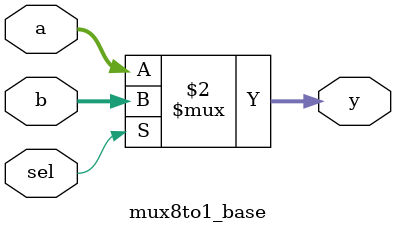
<source format=v>
module mux8to1_base(y, a, b, sel);

    output [2:0] y;
    input [2:0] a, b;
    input sel;

    assign y = (sel == 0) ? a : b;
endmodule
</source>
